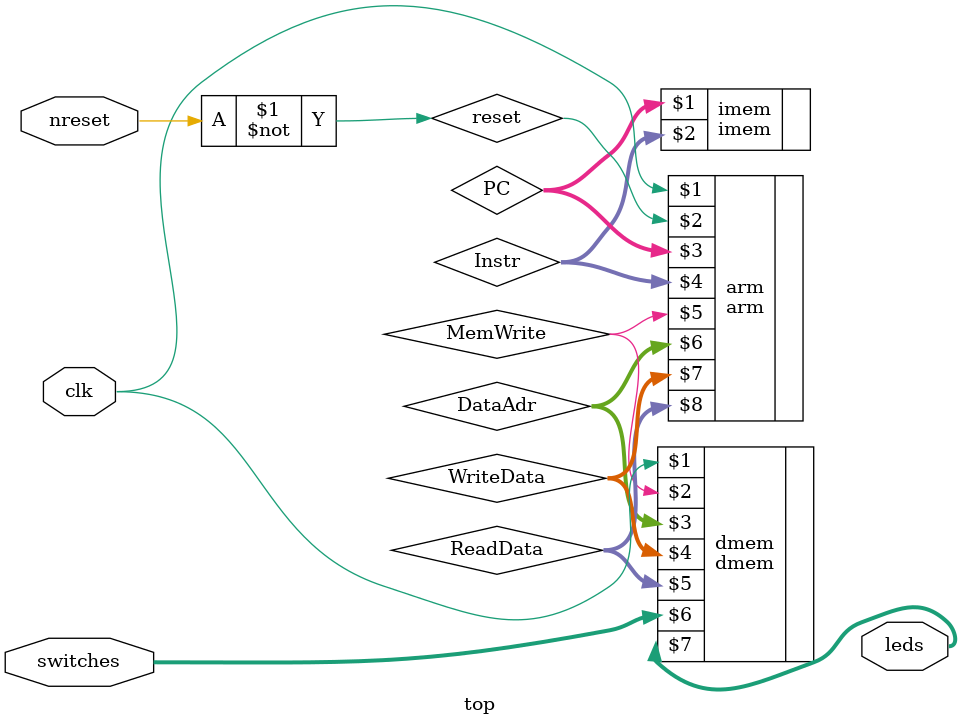
<source format=sv>
/*
 * This module is the TOP of the ARM single-cycle processor
 */ 
module top(input logic clk, nreset,
			  input logic [9:0] switches,
			  output logic [9:0] leds);

	// Internal signals
	logic reset;
	assign reset = ~nreset;
	logic [31:0] PC, Instr, ReadData;
	logic [31:0] WriteData, DataAdr;
	logic MemWrite;
	
	// Instantiate instruction memory
	imem imem(PC, Instr);

	// Instantiate data memory (RAM + peripherals)
	dmem dmem(clk, MemWrite, DataAdr, WriteData, ReadData, switches, leds);

	// Instantiate processor
	arm arm(clk, reset, PC, Instr, MemWrite, DataAdr, WriteData, ReadData);
	
endmodule
</source>
